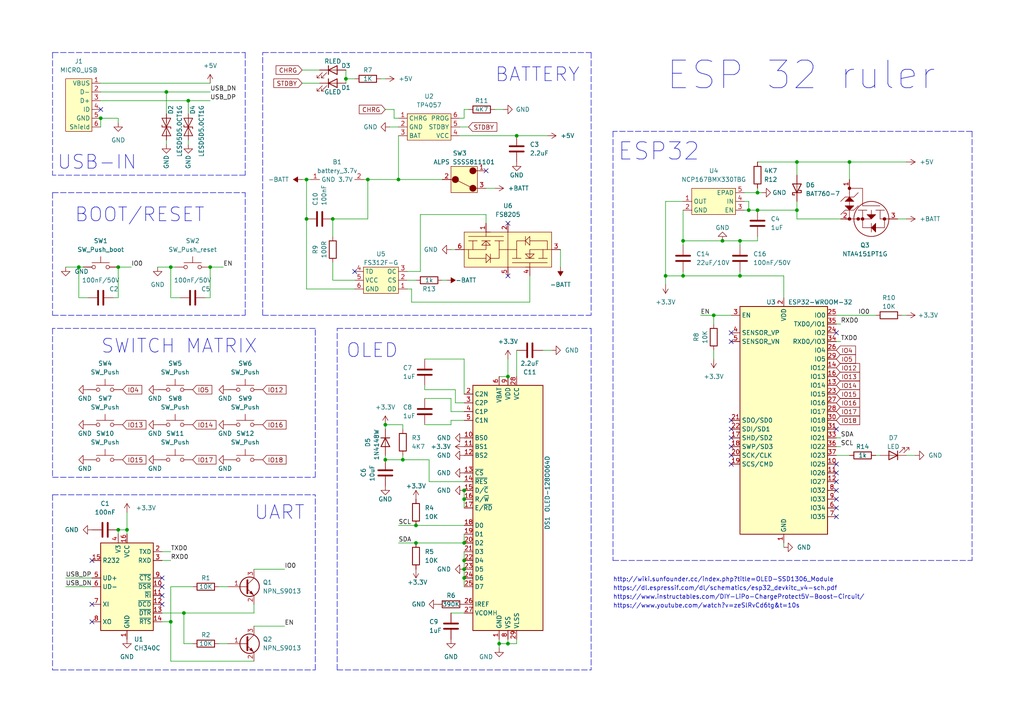
<source format=kicad_sch>
(kicad_sch (version 20211123) (generator eeschema)
  (paper "A4")
  (junction (at 134.62 165.1))
  (junction (at 36.83 153.67))
  (junction (at 111.76 133.35))
  (junction (at 219.71 60.96))
  (junction (at 34.29 77.47))
  (junction (at 120.65 157.48))
  (junction (at 193.04 80.01))
  (junction (at 60.96 77.47))
  (junction (at 134.62 157.48))
  (junction (at 214.63 69.85))
  (junction (at 49.53 180.34))
  (junction (at 149.86 39.37))
  (junction (at 96.52 63.5))
  (junction (at 134.62 142.24))
  (junction (at 29.21 34.29))
  (junction (at 115.57 52.07))
  (junction (at 214.63 80.01))
  (junction (at 217.17 60.96))
  (junction (at 144.78 186.69))
  (junction (at 147.32 186.69))
  (junction (at 48.26 26.67))
  (junction (at 134.62 162.56))
  (junction (at 231.14 46.99))
  (junction (at 219.71 55.88))
  (junction (at 198.12 80.01))
  (junction (at 88.9 63.5))
  (junction (at 22.86 77.47))
  (junction (at 198.12 69.85))
  (junction (at 207.01 91.44))
  (junction (at 209.55 69.85))
  (junction (at 120.65 152.4))
  (junction (at 100.33 22.86))
  (junction (at 134.62 144.78))
  (junction (at 231.14 60.96))
  (junction (at 88.9 52.07))
  (junction (at 34.29 153.67))
  (junction (at 106.68 52.07))
  (junction (at 246.38 46.99))
  (junction (at 53.34 177.8))
  (junction (at 54.61 29.21))
  (junction (at 134.62 167.64))
  (junction (at 49.53 77.47))
  (junction (at 111.76 123.19))
  (junction (at 147.32 109.22))
  (junction (at 116.84 133.35))
  (no_connect (at 212.09 129.54))
  (no_connect (at 212.09 132.08))
  (no_connect (at 212.09 134.62))
  (no_connect (at 242.57 134.62))
  (no_connect (at 242.57 96.52))
  (no_connect (at 212.09 121.92))
  (no_connect (at 212.09 124.46))
  (no_connect (at 212.09 127))
  (no_connect (at 242.57 124.46))
  (no_connect (at 242.57 149.86))
  (no_connect (at 242.57 147.32))
  (no_connect (at 242.57 144.78))
  (no_connect (at 242.57 142.24))
  (no_connect (at 242.57 139.7))
  (no_connect (at 147.32 80.01))
  (no_connect (at 147.32 64.77))
  (no_connect (at 29.21 31.75))
  (no_connect (at 46.99 175.26))
  (no_connect (at 46.99 172.72))
  (no_connect (at 46.99 170.18))
  (no_connect (at 46.99 167.64))
  (no_connect (at 26.67 180.34))
  (no_connect (at 26.67 175.26))
  (no_connect (at 26.67 162.56))
  (no_connect (at 212.09 96.52))
  (no_connect (at 212.09 99.06))
  (no_connect (at 242.57 137.16))
  (no_connect (at 102.87 78.74))
  (no_connect (at 140.97 49.53))
  (polyline (pts (xy 76.2 91.44) (xy 171.45 91.44)))
  (wire (pts (xy 34.29 77.47) (xy 38.1 77.47)))
  (polyline (pts (xy 76.2 15.24) (xy 171.45 15.24)))
  (wire (pts (xy 130.81 119.38) (xy 130.81 115.57)))
  (wire (pts (xy 123.19 111.76) (xy 123.19 113.03)))
  (wire (pts (xy 215.9 55.88) (xy 219.71 55.88)))
  (polyline (pts (xy 97.79 95.25) (xy 171.45 95.25)))
  (wire (pts (xy 134.62 165.1) (xy 134.62 167.64)))
  (wire (pts (xy 242.57 129.54) (xy 243.84 129.54)))
  (wire (pts (xy 134.62 121.92) (xy 130.81 121.92)))
  (wire (pts (xy 217.17 60.96) (xy 219.71 60.96)))
  (wire (pts (xy 111.76 31.75) (xy 114.3 31.75)))
  (wire (pts (xy 133.35 36.83) (xy 135.89 36.83)))
  (wire (pts (xy 49.53 170.18) (xy 49.53 180.34)))
  (wire (pts (xy 214.63 69.85) (xy 219.71 69.85)))
  (wire (pts (xy 29.21 26.67) (xy 48.26 26.67)))
  (wire (pts (xy 140.97 54.61) (xy 143.51 54.61)))
  (wire (pts (xy 22.86 77.47) (xy 24.13 77.47)))
  (wire (pts (xy 60.96 77.47) (xy 60.96 86.36)))
  (wire (pts (xy 34.29 153.67) (xy 34.29 154.94)))
  (wire (pts (xy 116.84 132.08) (xy 116.84 133.35)))
  (wire (pts (xy 96.52 63.5) (xy 96.52 68.58)))
  (polyline (pts (xy 15.24 91.44) (xy 71.12 91.44)))
  (wire (pts (xy 262.89 132.08) (xy 265.43 132.08)))
  (wire (pts (xy 134.62 154.94) (xy 134.62 157.48)))
  (wire (pts (xy 96.52 81.28) (xy 102.87 81.28)))
  (wire (pts (xy 246.38 46.99) (xy 262.89 46.99)))
  (wire (pts (xy 54.61 29.21) (xy 54.61 33.02)))
  (wire (pts (xy 231.14 46.99) (xy 231.14 50.8)))
  (wire (pts (xy 49.53 77.47) (xy 50.8 77.47)))
  (wire (pts (xy 111.76 124.46) (xy 111.76 123.19)))
  (polyline (pts (xy 15.24 15.24) (xy 15.24 50.8)))
  (wire (pts (xy 22.86 86.36) (xy 22.86 77.47)))
  (wire (pts (xy 134.62 114.3) (xy 134.62 104.14)))
  (wire (pts (xy 106.68 52.07) (xy 106.68 63.5)))
  (wire (pts (xy 130.81 72.39) (xy 132.08 72.39)))
  (wire (pts (xy 214.63 80.01) (xy 227.33 80.01)))
  (wire (pts (xy 119.38 83.82) (xy 119.38 87.63)))
  (wire (pts (xy 46.99 160.02) (xy 49.53 160.02)))
  (polyline (pts (xy 177.8 162.56) (xy 281.94 162.56)))
  (wire (pts (xy 29.21 34.29) (xy 29.21 36.83)))
  (wire (pts (xy 134.62 162.56) (xy 134.62 165.1)))
  (wire (pts (xy 162.56 72.39) (xy 162.56 77.47)))
  (wire (pts (xy 144.78 186.69) (xy 147.32 186.69)))
  (wire (pts (xy 198.12 69.85) (xy 198.12 71.12)))
  (wire (pts (xy 48.26 40.64) (xy 48.26 41.91)))
  (wire (pts (xy 219.71 46.99) (xy 231.14 46.99)))
  (polyline (pts (xy 15.24 55.88) (xy 71.12 55.88)))
  (wire (pts (xy 105.41 52.07) (xy 106.68 52.07)))
  (wire (pts (xy 215.9 58.42) (xy 217.17 58.42)))
  (wire (pts (xy 19.05 170.18) (xy 26.67 170.18)))
  (wire (pts (xy 134.62 31.75) (xy 135.89 31.75)))
  (wire (pts (xy 246.38 46.99) (xy 246.38 52.07)))
  (polyline (pts (xy 171.45 95.25) (xy 171.45 194.31)))
  (wire (pts (xy 121.92 62.23) (xy 121.92 78.74)))
  (wire (pts (xy 193.04 58.42) (xy 193.04 80.01)))
  (wire (pts (xy 140.97 62.23) (xy 140.97 64.77)))
  (wire (pts (xy 123.19 104.14) (xy 134.62 104.14)))
  (wire (pts (xy 203.2 91.44) (xy 207.01 91.44)))
  (wire (pts (xy 254 132.08) (xy 255.27 132.08)))
  (wire (pts (xy 49.53 86.36) (xy 49.53 77.47)))
  (wire (pts (xy 53.34 177.8) (xy 53.34 186.69)))
  (wire (pts (xy 198.12 69.85) (xy 209.55 69.85)))
  (wire (pts (xy 106.68 63.5) (xy 96.52 63.5)))
  (wire (pts (xy 242.57 91.44) (xy 254 91.44)))
  (polyline (pts (xy 15.24 194.31) (xy 91.44 194.31)))
  (polyline (pts (xy 71.12 15.24) (xy 71.12 50.8)))
  (wire (pts (xy 34.29 77.47) (xy 34.29 86.36)))
  (wire (pts (xy 219.71 60.96) (xy 231.14 60.96)))
  (wire (pts (xy 193.04 82.55) (xy 193.04 80.01)))
  (wire (pts (xy 207.01 91.44) (xy 212.09 91.44)))
  (polyline (pts (xy 281.94 38.1) (xy 177.8 38.1)))
  (wire (pts (xy 130.81 121.92) (xy 130.81 123.19)))
  (wire (pts (xy 198.12 60.96) (xy 198.12 69.85)))
  (wire (pts (xy 118.11 81.28) (xy 120.65 81.28)))
  (wire (pts (xy 73.66 177.8) (xy 73.66 175.26)))
  (wire (pts (xy 29.21 29.21) (xy 54.61 29.21)))
  (wire (pts (xy 88.9 63.5) (xy 88.9 83.82)))
  (polyline (pts (xy 15.24 143.51) (xy 15.24 194.31)))
  (wire (pts (xy 215.9 60.96) (xy 217.17 60.96)))
  (wire (pts (xy 87.63 20.32) (xy 92.71 20.32)))
  (wire (pts (xy 134.62 144.78) (xy 134.62 147.32)))
  (wire (pts (xy 115.57 34.29) (xy 114.3 34.29)))
  (polyline (pts (xy 97.79 194.31) (xy 171.45 194.31)))
  (wire (pts (xy 144.78 186.69) (xy 144.78 185.42)))
  (wire (pts (xy 134.62 139.7) (xy 124.46 139.7)))
  (wire (pts (xy 219.71 54.61) (xy 219.71 55.88)))
  (wire (pts (xy 242.57 132.08) (xy 246.38 132.08)))
  (wire (pts (xy 243.84 63.5) (xy 231.14 63.5)))
  (wire (pts (xy 111.76 133.35) (xy 116.84 133.35)))
  (wire (pts (xy 55.88 170.18) (xy 49.53 170.18)))
  (polyline (pts (xy 15.24 143.51) (xy 91.44 143.51)))
  (wire (pts (xy 149.86 101.6) (xy 149.86 109.22)))
  (wire (pts (xy 132.08 113.03) (xy 123.19 113.03)))
  (wire (pts (xy 87.63 24.13) (xy 92.71 24.13)))
  (wire (pts (xy 134.62 160.02) (xy 134.62 162.56)))
  (wire (pts (xy 96.52 76.2) (xy 96.52 81.28)))
  (wire (pts (xy 143.51 31.75) (xy 146.05 31.75)))
  (wire (pts (xy 144.78 187.96) (xy 144.78 186.69)))
  (wire (pts (xy 220.98 55.88) (xy 219.71 55.88)))
  (wire (pts (xy 231.14 60.96) (xy 231.14 58.42)))
  (wire (pts (xy 134.62 34.29) (xy 133.35 34.29)))
  (wire (pts (xy 49.53 191.77) (xy 73.66 191.77)))
  (wire (pts (xy 134.62 167.64) (xy 134.62 170.18)))
  (wire (pts (xy 128.27 81.28) (xy 129.54 81.28)))
  (wire (pts (xy 46.99 162.56) (xy 49.53 162.56)))
  (wire (pts (xy 54.61 40.64) (xy 54.61 41.91)))
  (polyline (pts (xy 15.24 15.24) (xy 71.12 15.24)))
  (wire (pts (xy 63.5 170.18) (xy 66.04 170.18)))
  (wire (pts (xy 115.57 39.37) (xy 115.57 52.07)))
  (polyline (pts (xy 91.44 194.31) (xy 91.44 143.51)))
  (wire (pts (xy 115.57 152.4) (xy 120.65 152.4)))
  (polyline (pts (xy 177.8 38.1) (xy 177.8 162.56)))
  (wire (pts (xy 116.84 133.35) (xy 124.46 133.35)))
  (wire (pts (xy 19.05 167.64) (xy 26.67 167.64)))
  (wire (pts (xy 19.05 77.47) (xy 22.86 77.47)))
  (wire (pts (xy 219.71 69.85) (xy 219.71 68.58)))
  (wire (pts (xy 134.62 116.84) (xy 132.08 116.84)))
  (wire (pts (xy 102.87 22.86) (xy 100.33 22.86)))
  (polyline (pts (xy 171.45 15.24) (xy 171.45 91.44)))
  (wire (pts (xy 120.65 152.4) (xy 134.62 152.4)))
  (wire (pts (xy 147.32 104.14) (xy 147.32 109.22)))
  (wire (pts (xy 60.96 77.47) (xy 64.77 77.47)))
  (wire (pts (xy 48.26 26.67) (xy 60.96 26.67)))
  (wire (pts (xy 115.57 157.48) (xy 120.65 157.48)))
  (wire (pts (xy 88.9 83.82) (xy 102.87 83.82)))
  (wire (pts (xy 88.9 52.07) (xy 88.9 63.5)))
  (wire (pts (xy 262.89 63.5) (xy 260.35 63.5)))
  (wire (pts (xy 46.99 180.34) (xy 49.53 180.34)))
  (wire (pts (xy 207.01 91.44) (xy 207.01 93.98)))
  (polyline (pts (xy 91.44 138.43) (xy 91.44 95.25)))
  (wire (pts (xy 231.14 46.99) (xy 246.38 46.99)))
  (wire (pts (xy 134.62 34.29) (xy 134.62 31.75)))
  (wire (pts (xy 111.76 132.08) (xy 111.76 133.35)))
  (wire (pts (xy 132.08 116.84) (xy 132.08 113.03)))
  (wire (pts (xy 198.12 78.74) (xy 198.12 80.01)))
  (wire (pts (xy 29.21 24.13) (xy 60.96 24.13)))
  (wire (pts (xy 88.9 52.07) (xy 90.17 52.07)))
  (wire (pts (xy 49.53 191.77) (xy 49.53 180.34)))
  (wire (pts (xy 193.04 80.01) (xy 198.12 80.01)))
  (wire (pts (xy 207.01 101.6) (xy 207.01 104.14)))
  (wire (pts (xy 113.03 36.83) (xy 115.57 36.83)))
  (wire (pts (xy 111.76 123.19) (xy 116.84 123.19)))
  (wire (pts (xy 60.96 86.36) (xy 59.69 86.36)))
  (wire (pts (xy 123.19 123.19) (xy 130.81 123.19)))
  (wire (pts (xy 120.65 157.48) (xy 134.62 157.48)))
  (wire (pts (xy 149.86 186.69) (xy 149.86 185.42)))
  (wire (pts (xy 45.72 77.47) (xy 49.53 77.47)))
  (wire (pts (xy 29.21 34.29) (xy 34.29 34.29)))
  (wire (pts (xy 214.63 78.74) (xy 214.63 80.01)))
  (wire (pts (xy 153.67 87.63) (xy 153.67 80.01)))
  (wire (pts (xy 209.55 69.85) (xy 214.63 69.85)))
  (wire (pts (xy 214.63 69.85) (xy 214.63 71.12)))
  (polyline (pts (xy 15.24 55.88) (xy 15.24 91.44)))
  (wire (pts (xy 55.88 186.69) (xy 53.34 186.69)))
  (wire (pts (xy 25.4 86.36) (xy 22.86 86.36)))
  (wire (pts (xy 48.26 26.67) (xy 48.26 33.02)))
  (wire (pts (xy 134.62 142.24) (xy 134.62 144.78)))
  (polyline (pts (xy 15.24 138.43) (xy 91.44 138.43)))
  (wire (pts (xy 36.83 148.59) (xy 36.83 153.67)))
  (wire (pts (xy 124.46 133.35) (xy 124.46 139.7)))
  (wire (pts (xy 128.27 52.07) (xy 115.57 52.07)))
  (wire (pts (xy 231.14 63.5) (xy 231.14 60.96)))
  (wire (pts (xy 53.34 177.8) (xy 73.66 177.8)))
  (polyline (pts (xy 97.79 194.31) (xy 97.79 95.25)))
  (wire (pts (xy 73.66 165.1) (xy 82.55 165.1)))
  (polyline (pts (xy 76.2 91.44) (xy 76.2 15.24)))
  (wire (pts (xy 261.62 91.44) (xy 262.89 91.44)))
  (wire (pts (xy 118.11 78.74) (xy 121.92 78.74)))
  (polyline (pts (xy 91.44 95.25) (xy 15.24 95.25)))
  (wire (pts (xy 198.12 80.01) (xy 214.63 80.01)))
  (wire (pts (xy 198.12 58.42) (xy 193.04 58.42)))
  (wire (pts (xy 114.3 34.29) (xy 114.3 31.75)))
  (wire (pts (xy 54.61 29.21) (xy 60.96 29.21)))
  (wire (pts (xy 144.78 109.22) (xy 147.32 109.22)))
  (wire (pts (xy 157.48 101.6) (xy 160.02 101.6)))
  (polyline (pts (xy 15.24 95.25) (xy 15.24 138.43)))
  (polyline (pts (xy 281.94 38.1) (xy 281.94 162.56)))
  (wire (pts (xy 73.66 181.61) (xy 82.55 181.61)))
  (wire (pts (xy 149.86 39.37) (xy 158.75 39.37)))
  (wire (pts (xy 242.57 99.06) (xy 243.84 99.06)))
  (wire (pts (xy 52.07 86.36) (xy 49.53 86.36)))
  (wire (pts (xy 111.76 22.86) (xy 110.49 22.86)))
  (wire (pts (xy 227.33 158.75) (xy 227.33 157.48)))
  (wire (pts (xy 106.68 52.07) (xy 115.57 52.07)))
  (wire (pts (xy 133.35 39.37) (xy 149.86 39.37)))
  (wire (pts (xy 134.62 119.38) (xy 130.81 119.38)))
  (wire (pts (xy 147.32 186.69) (xy 147.32 185.42)))
  (wire (pts (xy 242.57 93.98) (xy 243.84 93.98)))
  (wire (pts (xy 121.92 62.23) (xy 140.97 62.23)))
  (wire (pts (xy 217.17 60.96) (xy 217.17 58.42)))
  (wire (pts (xy 53.34 177.8) (xy 46.99 177.8)))
  (wire (pts (xy 34.29 86.36) (xy 33.02 86.36)))
  (wire (pts (xy 100.33 22.86) (xy 100.33 24.13)))
  (wire (pts (xy 123.19 115.57) (xy 130.81 115.57)))
  (wire (pts (xy 34.29 34.29) (xy 34.29 35.56)))
  (wire (pts (xy 116.84 124.46) (xy 116.84 123.19)))
  (wire (pts (xy 242.57 127) (xy 243.84 127)))
  (wire (pts (xy 34.29 153.67) (xy 36.83 153.67)))
  (wire (pts (xy 147.32 186.69) (xy 149.86 186.69)))
  (wire (pts (xy 119.38 87.63) (xy 153.67 87.63)))
  (wire (pts (xy 227.33 80.01) (xy 227.33 86.36)))
  (wire (pts (xy 119.38 83.82) (xy 118.11 83.82)))
  (polyline (pts (xy 71.12 91.44) (xy 71.12 55.88)))
  (wire (pts (xy 130.81 177.8) (xy 134.62 177.8)))
  (wire (pts (xy 36.83 153.67) (xy 36.83 154.94)))
  (wire (pts (xy 87.63 52.07) (xy 88.9 52.07)))
  (wire (pts (xy 100.33 20.32) (xy 100.33 22.86)))
  (polyline (pts (xy 71.12 50.8) (xy 15.24 50.8)))
  (wire (pts (xy 63.5 186.69) (xy 66.04 186.69)))
  (text "https://www.youtube.com/watch?v=zeSlRvCd6tg&t=10s" (at 177.8 176.53 0) (effects (font (size 1.27 1.27)) (justify left bottom)))
  (text "BATTERY\n" (at 143.51 24.13 0) (effects (font (size 4 4)) (justify left bottom)))
  (text "http://wiki.sunfounder.cc/index.php?title=OLED-SSD1306_Module" (at 177.8 168.91 0) (effects (font (size 1.27 1.27)) (justify left bottom)))
  (text "https://dl.espressif.com/dl/schematics/esp32_devkitc_v4-sch.pdf" (at 177.8 171.45 0) (effects (font (size 1.27 1.27)) (justify left bottom)))
  (text "BOOT/RESET\n" (at 21.59 64.77 0) (effects (font (size 4 4)) (justify left bottom)))
  (text "UART\n" (at 73.66 151.13 0) (effects (font (size 4 4)) (justify left bottom)))
  (text "https://www.instructables.com/DIY-LiPo-ChargeProtect5V-Boost-Circuit/" (at 177.8 173.99 0) (effects (font (size 1.27 1.27)) (justify left bottom)))
  (text "SWITCH MATRIX" (at 29.21 102.87 0) (effects (font (size 4 4)) (justify left bottom)))
  (text "ESP 32 ruler\n" (at 193.04 26.67 0) (effects (font (size 8 8)) (justify left bottom)))
  (text "ESP32" (at 179.07 46.99 0) (effects (font (size 5 5)) (justify left bottom)))
  (text "USB-IN" (at 16.51 49.53 0) (effects (font (size 4 4)) (justify left bottom)))
  (text "OLED" (at 100.33 104.14 0) (effects (font (size 4 4)) (justify left bottom)))
  (label "TXD0" (at 243.84 99.06 0))
  (label "USB_DP" (at 19.05 167.64 0))
  (label "SDA" (at 243.84 127 0))
  (label "USB_DP" (at 60.96 29.21 0))
  (label "TXD0" (at 49.53 160.02 0))
  (label "RXD0" (at 49.53 162.56 0))
  (label "SCL" (at 243.84 129.54 0))
  (label "EN" (at 64.77 77.47 0))
  (label "USB_DN" (at 60.96 26.67 0))
  (label "SDA" (at 115.57 157.48 0))
  (label "SCL" (at 115.57 152.4 0))
  (label "RXD0" (at 243.84 93.98 0))
  (label "EN" (at 203.2 91.44 0))
  (label "IO0" (at 248.92 91.44 0))
  (label "IO0" (at 82.55 165.1 0))
  (label "EN" (at 82.55 181.61 0))
  (label "IO0" (at 38.1 77.47 0))
  (label "USB_DN" (at 19.05 170.18 0))
  (global_label "IO13" (shape input) (at 35.56 123.19 0) (property "Intersheet References" "${INTERSHEET_REFS}" (effects hide)))
  (global_label "IO4" (shape input) (at 35.56 113.03 0) (property "Intersheet References" "${INTERSHEET_REFS}" (effects hide)))
  (global_label "CHRG" (shape input) (at 111.76 31.75 180) (property "Intersheet References" "${INTERSHEET_REFS}" (effects hide)))
  (global_label "IO15" (shape input) (at 35.56 133.35 0) (property "Intersheet References" "${INTERSHEET_REFS}" (effects hide)))
  (global_label "IO17" (shape input) (at 242.57 119.38 0) (property "Intersheet References" "${INTERSHEET_REFS}" (effects hide)))
  (global_label "IO15" (shape input) (at 242.57 114.3 0) (property "Intersheet References" "${INTERSHEET_REFS}" (effects hide)))
  (global_label "IO18" (shape input) (at 242.57 121.92 0) (property "Intersheet References" "${INTERSHEET_REFS}" (effects hide)))
  (global_label "IO16" (shape input) (at 242.57 116.84 0) (property "Intersheet References" "${INTERSHEET_REFS}" (effects hide)))
  (global_label "IO12" (shape input) (at 242.57 106.68 0) (property "Intersheet References" "${INTERSHEET_REFS}" (effects hide)))
  (global_label "IO14" (shape input) (at 55.88 123.19 0) (property "Intersheet References" "${INTERSHEET_REFS}" (effects hide)))
  (global_label "IO5" (shape input) (at 55.88 113.03 0) (property "Intersheet References" "${INTERSHEET_REFS}" (effects hide)))
  (global_label "IO4" (shape input) (at 242.57 101.6 0) (property "Intersheet References" "${INTERSHEET_REFS}" (effects hide)))
  (global_label "STDBY" (shape input) (at 135.89 36.83 0) (property "Intersheet References" "${INTERSHEET_REFS}" (effects hide)))
  (global_label "IO12" (shape input) (at 76.2 113.03 0) (property "Intersheet References" "${INTERSHEET_REFS}" (effects hide)))
  (global_label "IO17" (shape input) (at 55.88 133.35 0) (property "Intersheet References" "${INTERSHEET_REFS}" (effects hide)))
  (global_label "IO16" (shape input) (at 76.2 123.19 0) (property "Intersheet References" "${INTERSHEET_REFS}" (effects hide)))
  (global_label "STDBY" (shape input) (at 87.63 24.13 180) (property "Intersheet References" "${INTERSHEET_REFS}" (effects hide)))
  (global_label "CHRG" (shape input) (at 87.63 20.32 180) (property "Intersheet References" "${INTERSHEET_REFS}" (effects hide)))
  (global_label "IO13" (shape input) (at 242.57 109.22 0) (property "Intersheet References" "${INTERSHEET_REFS}" (effects hide)))
  (global_label "IO18" (shape input) (at 76.2 133.35 0) (property "Intersheet References" "${INTERSHEET_REFS}" (effects hide)))
  (global_label "IO5" (shape input) (at 242.57 104.14 0) (property "Intersheet References" "${INTERSHEET_REFS}" (effects hide)))
  (global_label "IO14" (shape input) (at 242.57 111.76 0) (property "Intersheet References" "${INTERSHEET_REFS}" (effects hide)))
  (symbol (lib_id "power:GND") (at 134.62 142.24 270) (unit 1)
    (property "Reference" "#PWR022" (effects hide))
    (property "Value" "GND" (at 130.81 142.2399 90) (effects (justify right)))
  )
  (symbol (lib_id "Switch:SW_Push") (at 50.8 133.35 0) (unit 1)
    (property "Reference" "SW11" (at 50.8 125.73 0))
    (property "Value" "SW_Push" (at 50.8 128.27 0))
    (property "Footprint" "Button_Switch_SMD:SW_SPST_TL3342" (effects hide))
  )
  (symbol (lib_id "power:GND") (at 45.72 123.19 270) (unit 1)
    (property "Reference" "#PWR0104" (effects hide))
    (property "Value" "GND" (at 46.99 125.73 90) (effects (justify right)))
  )
  (symbol (lib_id "Device:LED") (at 96.52 20.32 0) (unit 1)
    (property "Reference" "D1" (at 100.33 25.4 0))
    (property "Value" "RLED" (at 96.52 17.78 0))
    (property "Footprint" "LED_SMD:LED_0603_1608Metric_Pad1.05x0.95mm_HandSolder" (effects hide))
  )
  (symbol (lib_id "power:GND") (at 48.26 41.91 0) (unit 1)
    (property "Reference" "#PWR08" (effects hide))
    (property "Value" "GND" (at 48.26 46.99 90))
  )
  (symbol (lib_id "power:GND") (at 111.76 140.97 0) (unit 1)
    (property "Reference" "#PWR013" (effects hide))
    (property "Value" "GND" (at 111.76 144.78 0))
  )
  (symbol (lib_id "Switch:SW_Push") (at 50.8 123.19 0) (unit 1)
    (property "Reference" "SW8" (at 50.8 115.57 0))
    (property "Value" "SW_Push" (at 50.8 118.11 0))
    (property "Footprint" "Button_Switch_SMD:SW_SPST_TL3342" (effects hide))
  )
  (symbol (lib_id "power:GND") (at 66.04 113.03 270) (unit 1)
    (property "Reference" "#PWR0103" (effects hide))
    (property "Value" "GND" (at 67.31 115.57 90) (effects (justify right)))
  )
  (symbol (lib_id "power:GND") (at 209.55 69.85 180) (unit 1)
    (property "Reference" "#PWR033" (effects hide))
    (property "Value" "GND" (at 209.55 66.04 0))
  )
  (symbol (lib_id "power:GND") (at 130.81 185.42 0) (unit 1)
    (property "Reference" "#PWR036" (effects hide))
    (property "Value" "GND" (at 130.81 190.5 0))
  )
  (symbol (lib_id "power:GND") (at 227.33 158.75 90) (unit 1)
    (property "Reference" "#PWR032" (effects hide))
    (property "Value" "GND" (at 231.14 158.7499 90) (effects (justify right)))
  )
  (symbol (lib_id "power:+3.3V") (at 120.65 165.1 180) (unit 1)
    (property "Reference" "#PWR015" (effects hide))
    (property "Value" "+3.3V" (at 118.11 168.91 0) (effects (justify right)))
  )
  (symbol (lib_id "Switch:SW_Push") (at 29.21 77.47 0) (unit 1)
    (property "Reference" "SW1" (at 29.21 69.85 0))
    (property "Value" "SW_Push_boot" (at 29.21 72.39 0))
    (property "Footprint" "Button_Switch_SMD:SW_SPST_TL3342" (effects hide))
  )
  (symbol (lib_id "Device:R") (at 116.84 128.27 0) (unit 1)
    (property "Reference" "R3" (at 119.38 127 0) (effects (justify left)))
    (property "Value" "4K7" (at 119.38 129.54 0) (effects (justify left)))
    (property "Footprint" "Resistor_SMD:R_0603_1608Metric_Pad0.98x0.95mm_HandSolder" (effects hide))
  )
  (symbol (lib_id "power:GND") (at 36.83 185.42 0) (unit 1)
    (property "Reference" "#PWR05" (effects hide))
    (property "Value" "GND" (at 36.83 190.5 0))
  )
  (symbol (lib_id "Device:R") (at 130.81 175.26 90) (unit 1)
    (property "Reference" "R6" (at 130.81 172.72 90))
    (property "Value" "390K" (at 130.81 175.26 90))
    (property "Footprint" "Resistor_SMD:R_0603_1608Metric_Pad0.98x0.95mm_HandSolder" (effects hide))
  )
  (symbol (lib_id "Device:R") (at 59.69 186.69 90) (unit 1)
    (property "Reference" "R2" (at 59.69 184.15 90))
    (property "Value" "10K" (at 59.69 186.69 90))
    (property "Footprint" "Resistor_SMD:R_0603_1608Metric_Pad0.98x0.95mm_HandSolder" (effects hide))
  )
  (symbol (lib_id "power:+3.3V") (at 193.04 82.55 180) (unit 1)
    (property "Reference" "#PWR031" (effects hide))
    (property "Value" "+3.3V" (at 193.04 87.63 0))
  )
  (symbol (lib_id "Device:C") (at 111.76 137.16 0) (unit 1)
    (property "Reference" "C6" (at 105.41 138.43 90) (effects (justify left)))
    (property "Value" "10uF" (at 107.95 139.7 90) (effects (justify left)))
    (property "Footprint" "Capacitor_SMD:C_0603_1608Metric_Pad1.08x0.95mm_HandSolder" (effects hide))
  )
  (symbol (lib_id "Device:R") (at 124.46 81.28 270) (unit 1)
    (property "Reference" "R13" (at 124.46 83.82 90))
    (property "Value" "1k" (at 124.46 81.28 90))
    (property "Footprint" "Resistor_SMD:R_0603_1608Metric_Pad0.98x0.95mm_HandSolder" (effects hide))
  )
  (symbol (lib_id "Device:C") (at 198.12 74.93 180) (unit 1)
    (property "Reference" "C14" (at 201.93 73.6599 0) (effects (justify right)))
    (property "Value" "22uF/10V" (at 201.93 76.1999 0) (effects (justify right)))
    (property "Footprint" "Capacitor_SMD:C_0805_2012Metric" (effects hide))
  )
  (symbol (lib_id "power:GND") (at 134.62 165.1 270) (unit 1)
    (property "Reference" "#PWR023" (effects hide))
    (property "Value" "GND" (at 130.81 165.0999 90) (effects (justify right)))
  )
  (symbol (lib_id "Interface_USB:CH340G") (at 36.83 170.18 0) (unit 1)
    (property "Reference" "U1" (at 38.8494 185.42 0) (effects (justify left)))
    (property "Value" "CH340C" (at 38.8494 187.96 0) (effects (justify left)))
    (property "Footprint" "Package_SO:SOIC-16_3.9x9.9mm_P1.27mm" (effects hide))
    (property "Datasheet" "http://www.datasheet5.com/pdf-local-2195953" (effects hide))
  )
  (symbol (lib_id "Device:R") (at 207.01 97.79 180) (unit 1)
    (property "Reference" "R8" (at 201.93 97.79 90))
    (property "Value" "10K" (at 204.47 97.79 90))
    (property "Footprint" "Resistor_SMD:R_0603_1608Metric_Pad0.98x0.95mm_HandSolder" (effects hide))
  )
  (symbol (lib_id "power:GND") (at 26.67 153.67 270) (unit 1)
    (property "Reference" "#PWR02" (effects hide))
    (property "Value" "GND" (at 22.86 153.6699 90) (effects (justify right)))
  )
  (symbol (lib_id "power:GND") (at 25.4 123.19 270) (unit 1)
    (property "Reference" "#PWR0109" (effects hide))
    (property "Value" "GND" (at 26.67 125.73 90) (effects (justify right)))
  )
  (symbol (lib_id "custom symbols:ALPS SSSS811101") (at 133.35 52.07 270) (unit 1)
    (property "Reference" "SW3" (at 133.35 44.45 90))
    (property "Value" "ALPS SSSS811101" (at 134.62 46.99 90))
    (property "Footprint" "custom footprint:SW7_6.7X4.1MM_SM SSSS811101" (effects hide))
  )
  (symbol (lib_id "Device:C") (at 123.19 119.38 0) (unit 1)
    (property "Reference" "C8" (at 116.84 118.11 0) (effects (justify left)))
    (property "Value" "1uF" (at 116.84 120.65 0) (effects (justify left)))
    (property "Footprint" "Capacitor_SMD:C_0603_1608Metric_Pad1.08x0.95mm_HandSolder" (effects hide))
  )
  (symbol (lib_id "power:GND") (at 66.04 123.19 270) (unit 1)
    (property "Reference" "#PWR0108" (effects hide))
    (property "Value" "GND" (at 67.31 125.73 90) (effects (justify right)))
  )
  (symbol (lib_id "Device:R") (at 120.65 148.59 0) (unit 1)
    (property "Reference" "R4" (at 123.19 147.3199 0) (effects (justify left)))
    (property "Value" "10K" (at 123.19 149.8599 0) (effects (justify left)))
    (property "Footprint" "Resistor_SMD:R_0603_1608Metric_Pad0.98x0.95mm_HandSolder" (effects hide))
  )
  (symbol (lib_id "Diode:1N4148W") (at 111.76 128.27 270) (unit 1)
    (property "Reference" "D5" (at 106.68 127 0) (effects (justify left)))
    (property "Value" "1N4148W" (at 109.22 124.46 0) (effects (justify left)))
    (property "Footprint" "Diode_SMD:D_SOD-123" (effects hide))
    (property "Datasheet" "https://www.vishay.com/docs/85748/1n4148w.pdf" (effects hide))
  )
  (symbol (lib_id "Diode:BAT48JFILM") (at 231.14 54.61 90) (unit 1)
    (property "Reference" "D6" (at 233.68 53.6574 90) (effects (justify right)))
    (property "Value" "BAT760-7" (at 233.68 56.1974 90) (effects (justify right)))
    (property "Footprint" "Diode_SMD:D_SOD-323_HandSoldering" (effects hide))
    (property "Datasheet" "www.st.com/resource/en/datasheet/bat48.pdf" (effects hide))
  )
  (symbol (lib_id "power:GND") (at 45.72 133.35 270) (unit 1)
    (property "Reference" "#PWR0105" (effects hide))
    (property "Value" "GND" (at 46.99 135.89 90) (effects (justify right)))
  )
  (symbol (lib_id "Transistor_BJT:MMBTA42") (at 71.12 170.18 0) (unit 1)
    (property "Reference" "Q1" (at 76.2 168.9099 0) (effects (justify left)))
    (property "Value" "NPN_S9013" (at 76.2 171.4499 0) (effects (justify left)))
    (property "Footprint" "Package_TO_SOT_SMD:SOT-23" (effects hide))
    (property "Datasheet" "https://www.onsemi.com/pub/Collateral/MMBTA42LT1-D.PDF" (effects hide))
  )
  (symbol (lib_id "power:GND") (at 220.98 55.88 90) (unit 1)
    (property "Reference" "#PWR0127" (effects hide))
    (property "Value" "GND" (at 226.06 55.88 90))
  )
  (symbol (lib_id "Device:LED") (at 96.52 24.13 0) (unit 1)
    (property "Reference" "D3" (at 100.33 19.05 0))
    (property "Value" "GLED" (at 96.52 26.67 0))
    (property "Footprint" "LED_SMD:LED_0603_1608Metric_Pad1.05x0.95mm_HandSolder" (effects hide))
  )
  (symbol (lib_id "power:GND") (at 130.81 72.39 270) (unit 1)
    (property "Reference" "#PWR0120" (effects hide))
    (property "Value" "GND" (at 127 72.39 90) (effects (justify right)))
  )
  (symbol (lib_id "power:GND") (at 146.05 31.75 90) (unit 1)
    (property "Reference" "#PWR0119" (effects hide))
    (property "Value" "GND" (at 153.67 31.75 90) (effects (justify left)))
  )
  (symbol (lib_id "Device:C") (at 92.71 63.5 90) (unit 1)
    (property "Reference" "C10" (at 91.44 59.69 0) (effects (justify left)))
    (property "Value" "100nF" (at 93.98 59.69 0) (effects (justify left)))
    (property "Footprint" "Capacitor_SMD:C_0603_1608Metric_Pad1.08x0.95mm_HandSolder" (effects hide))
  )
  (symbol (lib_id "custom symbols:NCP167BMX330TBG") (at 207.01 57.15 0) (unit 1)
    (property "Reference" "U4" (at 207.01 49.53 0))
    (property "Value" "NCP167BMX330TBG" (at 207.01 52.07 0))
    (property "Footprint" "Package_DFN_QFN:OnSemi_XDFN4-1EP_1.0x1.0mm_EP0.52x0.52mm" (effects hide))
  )
  (symbol (lib_id "power:GND") (at 144.78 187.96 0) (unit 1)
    (property "Reference" "#PWR024" (effects hide))
    (property "Value" "GND" (at 140.97 190.5 0))
  )
  (symbol (lib_id "power:+3.3V") (at 207.01 104.14 180) (unit 1)
    (property "Reference" "#PWR0123" (effects hide))
    (property "Value" "+3.3V" (at 207.01 109.22 0))
  )
  (symbol (lib_id "power:+5V") (at 262.89 46.99 270) (unit 1)
    (property "Reference" "#PWR028" (effects hide))
    (property "Value" "+5V" (at 266.7 46.9899 90) (effects (justify left)))
  )
  (symbol (lib_id "RF_Module:ESP32-WROOM-32") (at 227.33 121.92 0) (unit 1)
    (property "Reference" "U3" (at 222.25 87.63 0) (effects (justify left)))
    (property "Value" "ESP32-WROOM-32" (at 228.6 87.63 0) (effects (justify left)))
    (property "Footprint" "RF_Module:ESP32-WROOM-32" (effects hide))
    (property "Datasheet" "https://www.espressif.com/sites/default/files/documentation/esp32-wroom-32_datasheet_en.pdf" (effects hide))
  )
  (symbol (lib_id "power:-BATT") (at 129.54 81.28 270) (unit 1)
    (property "Reference" "#PWR0126" (effects hide))
    (property "Value" "-BATT" (at 132.08 81.28 90) (effects (justify left)))
  )
  (symbol (lib_id "Device:C") (at 130.81 181.61 0) (unit 1)
    (property "Reference" "C9" (at 124.46 180.34 0) (effects (justify left)))
    (property "Value" "1uF" (at 124.46 182.88 0) (effects (justify left)))
    (property "Footprint" "Capacitor_SMD:C_0603_1608Metric_Pad1.08x0.95mm_HandSolder" (effects hide))
  )
  (symbol (lib_id "Device:C") (at 153.67 101.6 90) (unit 1)
    (property "Reference" "C11" (at 153.67 107.95 90))
    (property "Value" "2.2uF" (at 153.67 105.41 90))
    (property "Footprint" "Capacitor_SMD:C_0603_1608Metric_Pad1.08x0.95mm_HandSolder" (effects hide))
  )
  (symbol (lib_id "Device:R") (at 139.7 31.75 90) (unit 1)
    (property "Reference" "R11" (at 139.7 29.21 90))
    (property "Value" "4K7" (at 139.7 31.75 90))
    (property "Footprint" "Resistor_SMD:R_0603_1608Metric_Pad0.98x0.95mm_HandSolder" (effects hide))
  )
  (symbol (lib_id "Device:LED") (at 259.08 132.08 180) (unit 1)
    (property "Reference" "D7" (at 259.08 127 0))
    (property "Value" "LED" (at 259.08 129.54 0))
    (property "Footprint" "LED_SMD:LED_0603_1608Metric_Pad1.05x0.95mm_HandSolder" (effects hide))
  )
  (symbol (lib_id "power:GND") (at 25.4 113.03 270) (unit 1)
    (property "Reference" "#PWR0110" (effects hide))
    (property "Value" "GND" (at 26.67 115.57 90) (effects (justify right)))
  )
  (symbol (lib_id "Switch:SW_Push") (at 71.12 123.19 0) (unit 1)
    (property "Reference" "SW9" (at 71.12 115.57 0))
    (property "Value" "SW_Push" (at 71.12 118.11 0))
    (property "Footprint" "Button_Switch_SMD:SW_SPST_TL3342" (effects hide))
  )
  (symbol (lib_id "Device:C") (at 29.21 86.36 90) (unit 1)
    (property "Reference" "C2" (at 33.02 83.82 90))
    (property "Value" "100nF/50V" (at 29.21 81.28 90))
    (property "Footprint" "Capacitor_SMD:C_0603_1608Metric_Pad1.08x0.95mm_HandSolder" (effects hide))
  )
  (symbol (lib_id "power:+3.3V") (at 134.62 129.54 90) (unit 1)
    (property "Reference" "#PWR019" (effects hide))
    (property "Value" "+3.3V" (at 130.81 129.5399 90) (effects (justify left)))
  )
  (symbol (lib_id "power:GND") (at 19.05 77.47 0) (unit 1)
    (property "Reference" "#PWR01" (effects hide))
    (property "Value" "GND" (at 21.59 78.7399 0) (effects (justify left)))
  )
  (symbol (lib_id "Switch:SW_Push") (at 71.12 113.03 0) (unit 1)
    (property "Reference" "SW6" (at 71.12 105.41 0))
    (property "Value" "SW_Push" (at 71.12 107.95 0))
    (property "Footprint" "Button_Switch_SMD:SW_SPST_TL3342" (effects hide))
  )
  (symbol (lib_id "power:GND") (at 265.43 132.08 90) (unit 1)
    (property "Reference" "#PWR0112" (effects hide))
    (property "Value" "GND" (at 269.24 132.0799 90) (effects (justify right)))
  )
  (symbol (lib_id "power:+3.3V") (at 36.83 148.59 0) (unit 1)
    (property "Reference" "#PWR0113" (effects hide))
    (property "Value" "+3.3V" (at 39.37 147.3199 0) (effects (justify left)))
  )
  (symbol (lib_id "power:+5V") (at 60.96 24.13 0) (unit 1)
    (property "Reference" "#PWR0102" (effects hide))
    (property "Value" "+5V" (at 60.96 19.05 0))
  )
  (symbol (lib_id "Display_Graphic:OLED-128O064D") (at 147.32 147.32 0) (unit 1)
    (property "Reference" "DS1" (at 158.75 153.67 90) (effects (justify left)))
    (property "Value" "OLED-128O064D" (at 158.75 148.5899 90) (effects (justify left)))
    (property "Footprint" "Display:OLED-128O064D" (effects hide))
    (property "Datasheet" "https://www.vishay.com/docs/37902/oled128o064dbpp3n00000.pdf" (effects hide))
  )
  (symbol (lib_id "custom symbols:FS312F-G") (at 110.49 81.28 180) (unit 1)
    (property "Reference" "U5" (at 110.49 73.66 0))
    (property "Value" "FS312F-G" (at 110.49 76.2 0))
  )
  (symbol (lib_id "power:GND") (at 113.03 36.83 270) (unit 1)
    (property "Reference" "#PWR0115" (effects hide))
    (property "Value" "GND" (at 105.41 36.83 90) (effects (justify left)))
  )
  (symbol (lib_id "power:-BATT") (at 162.56 77.47 180) (unit 1)
    (property "Reference" "#PWR0124" (effects hide))
    (property "Value" "-BATT" (at 162.56 82.55 0))
  )
  (symbol (lib_id "power:+3.3V") (at 120.65 144.78 0) (unit 1)
    (property "Reference" "#PWR014" (effects hide))
    (property "Value" "+3.3V" (at 120.65 140.97 0))
  )
  (symbol (lib_id "power:GND") (at 149.86 46.99 0) (unit 1)
    (property "Reference" "#PWR0121" (effects hide))
    (property "Value" "GND" (at 149.86 50.8 0))
  )
  (symbol (lib_id "custom symbols:FS8205") (at 147.32 72.39 0) (unit 1)
    (property "Reference" "U6" (at 147.32 59.69 0))
    (property "Value" "FS8205" (at 147.32 62.23 0))
  )
  (symbol (lib_id "Device:C") (at 149.86 43.18 0) (unit 1)
    (property "Reference" "C3" (at 153.67 41.91 0) (effects (justify left)))
    (property "Value" "2.2uF" (at 153.67 44.45 0) (effects (justify left)))
    (property "Footprint" "Capacitor_SMD:C_0603_1608Metric_Pad1.08x0.95mm_HandSolder" (effects hide))
  )
  (symbol (lib_id "custom symbols:battery_3.7v") (at 97.79 52.07 0) (unit 1)
    (property "Reference" "B1" (at 97.79 46.99 0))
    (property "Value" "battery_3.7v" (at 97.79 49.53 0))
    (property "Footprint" "custom footprint:battery 3.7v" (effects hide))
  )
  (symbol (lib_id "custom symbols:NTA4151PT1G") (at 256.54 63.5 270) (unit 1)
    (property "Reference" "Q3" (at 250.875 71.12 90))
    (property "Value" "NTA4151PT1G" (at 250.875 73.66 90))
    (property "Footprint" "Package_TO_SOT_SMD:SOT-416" (effects hide))
  )
  (symbol (lib_id "Device:C") (at 30.48 153.67 90) (unit 1)
    (property "Reference" "C1" (at 30.48 146.05 90))
    (property "Value" "100nF" (at 30.48 148.59 90))
    (property "Footprint" "Capacitor_SMD:C_0603_1608Metric_Pad1.08x0.95mm_HandSolder" (effects hide))
  )
  (symbol (lib_id "power:+3.3V") (at 262.89 91.44 270) (unit 1)
    (property "Reference" "#PWR0114" (effects hide))
    (property "Value" "+3.3V" (at 266.2158 91.4399 90) (effects (justify left)))
  )
  (symbol (lib_id "Device:R") (at 96.52 72.39 180) (unit 1)
    (property "Reference" "R9" (at 91.44 72.39 90))
    (property "Value" "100R" (at 93.98 72.39 90))
    (property "Footprint" "Resistor_SMD:R_0603_1608Metric_Pad0.98x0.95mm_HandSolder" (effects hide))
  )
  (symbol (lib_id "Switch:SW_Push") (at 71.12 133.35 0) (unit 1)
    (property "Reference" "SW12" (at 71.12 125.73 0))
    (property "Value" "SW_Push" (at 71.12 128.27 0))
    (property "Footprint" "Button_Switch_SMD:SW_SPST_TL3342" (effects hide))
  )
  (symbol (lib_id "power:-BATT") (at 87.63 52.07 90) (unit 1)
    (property "Reference" "#PWR0125" (effects hide))
    (property "Value" "-BATT" (at 83.82 52.0699 90) (effects (justify left)))
  )
  (symbol (lib_id "Device:C") (at 123.19 107.95 0) (unit 1)
    (property "Reference" "C7" (at 116.84 106.68 0) (effects (justify left)))
    (property "Value" "1uF" (at 116.84 109.22 0) (effects (justify left)))
    (property "Footprint" "Capacitor_SMD:C_0603_1608Metric_Pad1.08x0.95mm_HandSolder" (effects hide))
  )
  (symbol (lib_id "Diode:ESD9B5.0ST5G") (at 48.26 36.83 90) (unit 1)
    (property "Reference" "D2" (at 49.53 30.48 0) (effects (justify right)))
    (property "Value" "LESD5D5.0CT1G" (at 52.07 30.48 0) (effects (justify right)))
    (property "Footprint" "Diode_SMD:D_SOD-523" (effects hide))
    (property "Datasheet" "https://www.onsemi.com/pub/Collateral/ESD9B-D.PDF" (effects hide))
  )
  (symbol (lib_id "power:+3.3V") (at 147.32 104.14 0) (unit 1)
    (property "Reference" "#PWR025" (effects hide))
    (property "Value" "+3.3V" (at 147.32 99.06 0))
  )
  (symbol (lib_id "Device:R") (at 120.65 161.29 0) (unit 1)
    (property "Reference" "R5" (at 123.19 160.0199 0) (effects (justify left)))
    (property "Value" "10K" (at 123.19 162.5599 0) (effects (justify left)))
    (property "Footprint" "Resistor_SMD:R_0603_1608Metric_Pad0.98x0.95mm_HandSolder" (effects hide))
  )
  (symbol (lib_id "power:GND") (at 66.04 133.35 270) (unit 1)
    (property "Reference" "#PWR0107" (effects hide))
    (property "Value" "GND" (at 67.31 135.89 90) (effects (justify right)))
  )
  (symbol (lib_id "Device:R") (at 250.19 132.08 90) (unit 1)
    (property "Reference" "R14" (at 250.19 129.54 90))
    (property "Value" "1k" (at 250.19 132.08 90))
    (property "Footprint" "Resistor_SMD:R_0603_1608Metric_Pad0.98x0.95mm_HandSolder" (effects hide))
  )
  (symbol (lib_id "power:GND") (at 134.62 132.08 270) (unit 1)
    (property "Reference" "#PWR020" (effects hide))
    (property "Value" "GND" (at 130.81 132.0799 90) (effects (justify right)))
  )
  (symbol (lib_id "Switch:SW_Push") (at 50.8 113.03 0) (unit 1)
    (property "Reference" "SW5" (at 50.8 105.41 0))
    (property "Value" "SW_Push" (at 50.8 107.95 0))
    (property "Footprint" "Button_Switch_SMD:SW_SPST_TL3342" (effects hide))
  )
  (symbol (lib_id "custom symbols:MICRO_USB") (at 24.13 29.21 0) (unit 1)
    (property "Reference" "J1" (at 22.86 17.78 0))
    (property "Value" "MICRO_USB" (at 22.86 20.32 0))
    (property "Footprint" "custom footprint:MICRO USB" (effects hide))
  )
  (symbol (lib_id "Device:R") (at 257.81 91.44 90) (unit 1)
    (property "Reference" "R10" (at 257.81 86.36 90))
    (property "Value" "10K" (at 257.81 88.9 90))
    (property "Footprint" "Resistor_SMD:R_0603_1608Metric_Pad0.98x0.95mm_HandSolder" (effects hide))
  )
  (symbol (lib_id "Device:R") (at 106.68 22.86 90) (unit 1)
    (property "Reference" "R7" (at 106.68 20.32 90))
    (property "Value" "1K" (at 106.68 22.86 90))
    (property "Footprint" "Resistor_SMD:R_0603_1608Metric_Pad0.98x0.95mm_HandSolder" (effects hide))
  )
  (symbol (lib_id "power:GND") (at 134.62 127 270) (unit 1)
    (property "Reference" "#PWR018" (effects hide))
    (property "Value" "GND" (at 130.81 126.9999 90) (effects (justify right)))
  )
  (symbol (lib_id "power:GND") (at 134.62 137.16 270) (unit 1)
    (property "Reference" "#PWR021" (effects hide))
    (property "Value" "GND" (at 130.81 137.1599 90) (effects (justify right)))
  )
  (symbol (lib_id "Device:C") (at 214.63 74.93 0) (unit 1)
    (property "Reference" "C16" (at 218.44 73.6599 0) (effects (justify left)))
    (property "Value" "100nF/50V" (at 218.44 76.1999 0) (effects (justify left)))
    (property "Footprint" "Capacitor_SMD:C_0603_1608Metric_Pad1.08x0.95mm_HandSolder" (effects hide))
  )
  (symbol (lib_id "Device:R") (at 59.69 170.18 90) (unit 1)
    (property "Reference" "R1" (at 59.69 167.64 90))
    (property "Value" "10K" (at 59.69 170.18 90))
    (property "Footprint" "Resistor_SMD:R_0603_1608Metric_Pad0.98x0.95mm_HandSolder" (effects hide))
  )
  (symbol (lib_id "power:GND") (at 160.02 101.6 90) (unit 1)
    (property "Reference" "#PWR026" (effects hide))
    (property "Value" "GND" (at 163.83 101.5999 90) (effects (justify right)))
  )
  (symbol (lib_id "power:+5V") (at 111.76 22.86 270) (unit 1)
    (property "Reference" "#PWR0117" (effects hide))
    (property "Value" "+5V" (at 115.57 22.8599 90) (effects (justify left)))
  )
  (symbol (lib_id "power:GND") (at 54.61 41.91 0) (unit 1)
    (property "Reference" "#PWR010" (effects hide))
    (property "Value" "GND" (at 54.61 46.99 90))
  )
  (symbol (lib_id "power:GND") (at 45.72 77.47 0) (unit 1)
    (property "Reference" "#PWR09" (effects hide))
    (property "Value" "GND" (at 45.72 82.55 0))
  )
  (symbol (lib_id "Device:C") (at 55.88 86.36 90) (unit 1)
    (property "Reference" "C5" (at 59.69 83.82 90))
    (property "Value" "100nF/50V" (at 55.88 81.28 90))
    (property "Footprint" "Capacitor_SMD:C_0603_1608Metric_Pad1.08x0.95mm_HandSolder" (effects hide))
  )
  (symbol (lib_id "power:GND") (at 34.29 35.56 0) (unit 1)
    (property "Reference" "#PWR03" (effects hide))
    (property "Value" "GND" (at 34.29 40.64 0))
  )
  (symbol (lib_id "power:+5V") (at 158.75 39.37 270) (unit 1)
    (property "Reference" "#PWR0118" (effects hide))
    (property "Value" "+5V" (at 162.56 39.3699 90) (effects (justify left)))
  )
  (symbol (lib_id "Switch:SW_Push") (at 30.48 123.19 0) (unit 1)
    (property "Reference" "SW7" (at 30.48 115.57 0))
    (property "Value" "SW_Push" (at 30.48 118.11 0))
    (property "Footprint" "Button_Switch_SMD:SW_SPST_TL3342" (effects hide))
  )
  (symbol (lib_id "Switch:SW_Push") (at 55.88 77.47 0) (unit 1)
    (property "Reference" "SW2" (at 55.88 69.85 0))
    (property "Value" "SW_Push_reset" (at 55.88 72.39 0))
    (property "Footprint" "Button_Switch_SMD:SW_SPST_TL3342" (effects hide))
  )
  (symbol (lib_id "custom symbols:TP4057") (at 124.46 35.56 0) (unit 1)
    (property "Reference" "U2" (at 124.46 27.94 0))
    (property "Value" "TP4057" (at 124.46 30.48 0))
    (property "Footprint" "Package_TO_SOT_SMD:SOT-23-6_Handsoldering" (effects hide))
  )
  (symbol (lib_id "Device:R") (at 219.71 50.8 0) (unit 1)
    (property "Reference" "R12" (at 223.52 52.07 0))
    (property "Value" "4K7" (at 223.52 49.53 0))
    (property "Footprint" "Resistor_SMD:R_0603_1608Metric_Pad0.98x0.95mm_HandSolder" (effects hide))
  )
  (symbol (lib_id "power:+BATT") (at 262.89 63.5 270) (unit 1)
    (property "Reference" "#PWR0116" (effects hide))
    (property "Value" "+BATT" (at 266.7 63.4999 90) (effects (justify left)))
  )
  (symbol (lib_id "Switch:SW_Push") (at 30.48 133.35 0) (unit 1)
    (property "Reference" "SW10" (at 30.48 125.73 0))
    (property "Value" "SW_Push" (at 30.48 128.27 0))
    (property "Footprint" "Button_Switch_SMD:SW_SPST_TL3342" (effects hide))
  )
  (symbol (lib_id "power:GND") (at 45.72 113.03 270) (unit 1)
    (property "Reference" "#PWR0106" (effects hide))
    (property "Value" "GND" (at 46.99 115.57 90) (effects (justify right)))
  )
  (symbol (lib_id "Device:C") (at 219.71 64.77 0) (unit 1)
    (property "Reference" "C4" (at 223.52 63.4999 0) (effects (justify left)))
    (property "Value" "1uF" (at 223.52 66.0399 0) (effects (justify left)))
    (property "Footprint" "Capacitor_SMD:C_0603_1608Metric_Pad1.08x0.95mm_HandSolder" (effects hide))
  )
  (symbol (lib_id "Transistor_BJT:MMBTA42") (at 71.12 186.69 0) (unit 1)
    (property "Reference" "Q2" (at 76.2 185.4199 0) (effects (justify left)))
    (property "Value" "NPN_S9013" (at 76.2 187.9599 0) (effects (justify left)))
    (property "Footprint" "Package_TO_SOT_SMD:SOT-23" (effects hide))
    (property "Datasheet" "https://www.onsemi.com/pub/Collateral/MMBTA42LT1-D.PDF" (effects hide))
  )
  (symbol (lib_id "Diode:ESD9B5.0ST5G") (at 54.61 36.83 90) (unit 1)
    (property "Reference" "D4" (at 55.88 30.48 0) (effects (justify right)))
    (property "Value" "LESD5D5.0CT1G" (at 58.42 30.48 0) (effects (justify right)))
    (property "Footprint" "Diode_SMD:D_SOD-523" (effects hide))
    (property "Datasheet" "https://www.onsemi.com/pub/Collateral/ESD9B-D.PDF" (effects hide))
  )
  (symbol (lib_id "power:+3.3V") (at 111.76 123.19 0) (unit 1)
    (property "Reference" "#PWR012" (effects hide))
    (property "Value" "+3.3V" (at 111.76 118.11 0))
  )
  (symbol (lib_id "power:GND") (at 25.4 133.35 270) (unit 1)
    (property "Reference" "#PWR0111" (effects hide))
    (property "Value" "GND" (at 26.67 135.89 90) (effects (justify right)))
  )
  (symbol (lib_id "power:+BATT") (at 143.51 54.61 270) (unit 1)
    (property "Reference" "#PWR0122" (effects hide))
    (property "Value" "+BATT" (at 147.32 54.6099 90) (effects (justify left)))
  )
  (symbol (lib_id "Switch:SW_Push") (at 30.48 113.03 0) (unit 1)
    (property "Reference" "SW4" (at 30.48 105.41 0))
    (property "Value" "SW_Push" (at 30.48 107.95 0))
    (property "Footprint" "Button_Switch_SMD:SW_SPST_TL3342" (effects hide))
  )
  (symbol (lib_id "power:GND") (at 127 175.26 270) (unit 1)
    (property "Reference" "#PWR016" (effects hide))
    (property "Value" "GND" (at 119.38 175.26 90) (effects (justify left)))
  )
)
</source>
